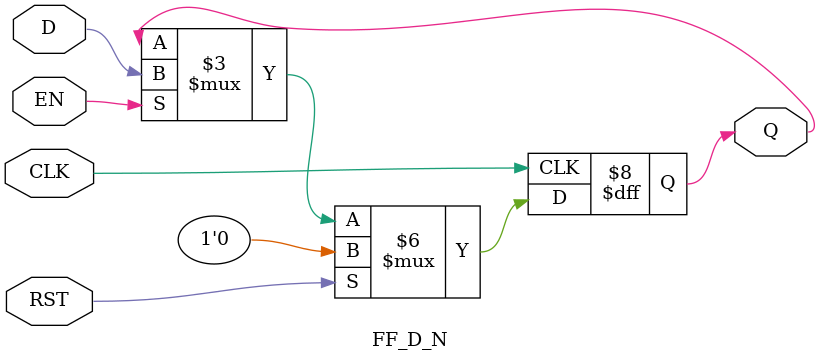
<source format=v>
`timescale 1ns / 1ps


module FF_D_N(
input wire CLK, //RELOJ DEL SISTEMA
input wire RST, //RESET
input wire EN, //ENABLE
input wire D, //ENTRADA
output reg Q //SALIDA
);

always @(negedge CLK)
begin
    if(RST)
        Q <= 0;
    else if(EN)
        Q <= D;
    else
        Q <= Q;
end

endmodule
</source>
